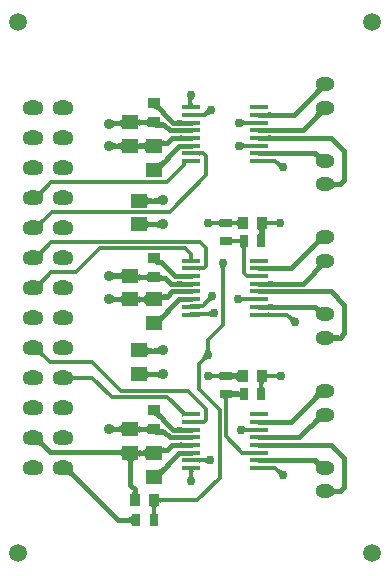
<source format=gbr>
G04*
G04 #@! TF.GenerationSoftware,Altium Limited,Altium Designer,24.10.1 (45)*
G04*
G04 Layer_Physical_Order=1*
G04 Layer_Color=255*
%FSLAX44Y44*%
%MOMM*%
G71*
G04*
G04 #@! TF.SameCoordinates,13406729-6A9E-4D45-95CC-4102649AE279*
G04*
G04*
G04 #@! TF.FilePolarity,Positive*
G04*
G01*
G75*
%ADD15R,0.7500X1.0000*%
%ADD16R,1.4500X1.1500*%
%ADD17R,0.9500X1.0000*%
%ADD18R,1.0000X0.9500*%
%ADD19R,1.0000X0.7500*%
%ADD30R,1.5000X0.4500*%
%ADD31C,0.3048*%
%ADD32C,0.4064*%
%ADD33C,0.4572*%
%ADD34O,1.6000X1.2000*%
%ADD35O,1.7780X1.2700*%
%ADD36C,1.5000*%
%ADD37C,0.7620*%
%ADD38C,0.9144*%
G36*
X284749Y416532D02*
X284363Y416686D01*
X283937Y416743D01*
X283471Y416704D01*
X282966Y416568D01*
X282421Y416336D01*
X281836Y416008D01*
X281212Y415583D01*
X280549Y415061D01*
X279845Y414443D01*
X279102Y413729D01*
X275491Y415865D01*
X276179Y416581D01*
X277222Y417853D01*
X277577Y418407D01*
X277821Y418908D01*
X277953Y419354D01*
X277974Y419746D01*
X277884Y420084D01*
X277683Y420368D01*
X277371Y420598D01*
X284749Y416532D01*
D02*
G37*
G36*
X173599Y410714D02*
X173377Y410488D01*
X173178Y410244D01*
X173003Y409983D01*
X172851Y409706D01*
X172722Y409411D01*
X172617Y409099D01*
X172535Y408771D01*
X172477Y408425D01*
X172442Y408062D01*
X172435Y407836D01*
X172445Y407433D01*
X172491Y406909D01*
X172567Y406447D01*
X172674Y406047D01*
X172811Y405709D01*
X172979Y405432D01*
X173177Y405216D01*
X173405Y405062D01*
X173664Y404970D01*
X173954Y404939D01*
X167858D01*
X168148Y404970D01*
X168407Y405062D01*
X168635Y405216D01*
X168833Y405432D01*
X169001Y405709D01*
X169138Y406047D01*
X169245Y406447D01*
X169321Y406909D01*
X169367Y407433D01*
X169379Y407883D01*
X169371Y408143D01*
X169337Y408506D01*
X169282Y408854D01*
X169203Y409185D01*
X169103Y409501D01*
X168981Y409801D01*
X168836Y410086D01*
X168668Y410355D01*
X168479Y410608D01*
X168267Y410846D01*
X173599Y410714D01*
D02*
G37*
G36*
X144740Y406712D02*
X144625Y406338D01*
Y405907D01*
X144740Y405419D01*
X144970Y404873D01*
X145314Y404269D01*
X145774Y403608D01*
X146349Y402890D01*
X147843Y401281D01*
X144970Y398407D01*
X144136Y399212D01*
X142642Y400476D01*
X141981Y400936D01*
X141377Y401281D01*
X140831Y401510D01*
X140343Y401625D01*
X139912D01*
X139538Y401510D01*
X139222Y401281D01*
X144970Y407028D01*
X144740Y406712D01*
D02*
G37*
G36*
X284749Y396532D02*
X284363Y396686D01*
X283937Y396743D01*
X283471Y396704D01*
X282966Y396568D01*
X282421Y396336D01*
X281836Y396008D01*
X281212Y395583D01*
X280549Y395061D01*
X279845Y394443D01*
X279102Y393729D01*
X275491Y395865D01*
X276179Y396581D01*
X277222Y397853D01*
X277577Y398407D01*
X277821Y398908D01*
X277953Y399354D01*
X277974Y399746D01*
X277884Y400084D01*
X277683Y400368D01*
X277371Y400598D01*
X284749Y396532D01*
D02*
G37*
G36*
X187048Y396351D02*
X186749Y396407D01*
X186452Y396428D01*
X186157Y396413D01*
X185864Y396363D01*
X185573Y396278D01*
X185284Y396157D01*
X184997Y396001D01*
X184712Y395809D01*
X184429Y395582D01*
X184148Y395320D01*
X182554Y398037D01*
X182814Y398308D01*
X183274Y398861D01*
X183473Y399141D01*
X183652Y399425D01*
X183811Y399711D01*
X183949Y400001D01*
X184067Y400294D01*
X184165Y400589D01*
X184243Y400888D01*
X187048Y396351D01*
D02*
G37*
G36*
X236510Y398434D02*
X236632Y398402D01*
X236835Y398374D01*
X237486Y398329D01*
X240534Y398282D01*
Y394218D01*
X236469Y394030D01*
Y398470D01*
X236510Y398434D01*
D02*
G37*
G36*
X178500Y398335D02*
X178591Y398215D01*
X178744Y398110D01*
X178957Y398018D01*
X179231Y397940D01*
X179567Y397877D01*
X179963Y397827D01*
X180938Y397771D01*
X181518Y397764D01*
Y394716D01*
X180938Y394709D01*
X179567Y394606D01*
X179231Y394545D01*
X178957Y394469D01*
X178744Y394380D01*
X178591Y394277D01*
X178500Y394161D01*
X178470Y394030D01*
Y398470D01*
X178500Y398335D01*
D02*
G37*
G36*
X135061Y385936D02*
X135020Y386322D01*
X134897Y386668D01*
X134692Y386972D01*
X134406Y387237D01*
X134037Y387460D01*
X133587Y387643D01*
X133055Y387785D01*
X132441Y387887D01*
X131744Y387948D01*
X131125Y387964D01*
X130506Y387948D01*
X129810Y387887D01*
X129195Y387785D01*
X128663Y387643D01*
X128213Y387460D01*
X127844Y387237D01*
X127558Y386972D01*
X127353Y386668D01*
X127230Y386322D01*
X127189Y385936D01*
Y394064D01*
X127230Y393678D01*
X127353Y393332D01*
X127558Y393028D01*
X127844Y392764D01*
X128213Y392540D01*
X128663Y392357D01*
X129195Y392215D01*
X129810Y392113D01*
X130506Y392052D01*
X131125Y392036D01*
X131744Y392052D01*
X132441Y392113D01*
X133055Y392215D01*
X133587Y392357D01*
X134037Y392540D01*
X134406Y392764D01*
X134692Y393028D01*
X134897Y393332D01*
X135020Y393678D01*
X135061Y394064D01*
Y385936D01*
D02*
G37*
G36*
X221530Y387531D02*
X221500Y387663D01*
X221409Y387781D01*
X221256Y387885D01*
X221043Y387976D01*
X220769Y388052D01*
X220433Y388115D01*
X220037Y388163D01*
X219062Y388219D01*
X218482Y388226D01*
Y391274D01*
X219062Y391281D01*
X220433Y391385D01*
X220769Y391448D01*
X221043Y391524D01*
X221256Y391615D01*
X221409Y391719D01*
X221500Y391837D01*
X221530Y391969D01*
Y387531D01*
D02*
G37*
G36*
X163531D02*
X163490Y387566D01*
X163368Y387598D01*
X163165Y387626D01*
X162514Y387671D01*
X159466Y387718D01*
Y391782D01*
X163531Y391969D01*
Y387531D01*
D02*
G37*
G36*
X112781Y385119D02*
X112740Y385505D01*
X112618Y385850D01*
X112415Y386155D01*
X112130Y386419D01*
X111764Y386643D01*
X111318Y386826D01*
X110789Y386968D01*
X110180Y387070D01*
X109489Y387131D01*
X108740Y387150D01*
X108286Y387137D01*
X107842Y387097D01*
X107428Y387029D01*
X107046Y386935D01*
X106694Y386813D01*
X106372Y386665D01*
X106082Y386489D01*
X105822Y386287D01*
X105593Y386057D01*
X105394Y385801D01*
X104251Y392098D01*
X104512Y391931D01*
X104797Y391780D01*
X105106Y391648D01*
X105438Y391533D01*
X105794Y391436D01*
X106174Y391356D01*
X106577Y391295D01*
X107455Y391224D01*
X107929Y391215D01*
X108716Y387368D01*
Y391215D01*
X109489Y391235D01*
X110180Y391296D01*
X110789Y391398D01*
X111318Y391540D01*
X111764Y391723D01*
X112130Y391946D01*
X112415Y392211D01*
X112618Y392515D01*
X112740Y392861D01*
X112781Y393247D01*
Y385119D01*
D02*
G37*
G36*
X215043Y392200D02*
X215292Y392006D01*
X215557Y391834D01*
X215838Y391685D01*
X216135Y391560D01*
X216449Y391457D01*
X216779Y391377D01*
X217126Y391320D01*
X217489Y391285D01*
X217868Y391274D01*
Y388226D01*
X217489Y388215D01*
X217126Y388180D01*
X216779Y388123D01*
X216449Y388043D01*
X216135Y387940D01*
X215838Y387814D01*
X215557Y387666D01*
X215292Y387495D01*
X215043Y387300D01*
X214811Y387083D01*
Y392417D01*
X215043Y392200D01*
D02*
G37*
G36*
X145003Y391180D02*
X145104Y390955D01*
X145271Y390757D01*
X145506Y390586D01*
X145808Y390440D01*
X146176Y390322D01*
X146612Y390229D01*
X147115Y390163D01*
X147685Y390124D01*
X148322Y390111D01*
Y386046D01*
X147685Y386039D01*
X146176Y385924D01*
X145808Y385855D01*
X145506Y385771D01*
X145271Y385671D01*
X145104Y385556D01*
X145003Y385426D01*
X144970Y385280D01*
Y391431D01*
X145003Y391180D01*
D02*
G37*
G36*
X236510Y385434D02*
X236632Y385402D01*
X236835Y385374D01*
X237486Y385329D01*
X240534Y385282D01*
Y381218D01*
X236469Y381031D01*
Y385470D01*
X236510Y385434D01*
D02*
G37*
G36*
X163531Y381031D02*
X163490Y381066D01*
X163368Y381098D01*
X163165Y381126D01*
X162514Y381171D01*
X159466Y381218D01*
Y385282D01*
X163531Y385470D01*
Y381031D01*
D02*
G37*
G36*
X236510Y378934D02*
X236632Y378902D01*
X236835Y378874D01*
X237486Y378829D01*
X240534Y378782D01*
Y374718D01*
X236469Y374530D01*
Y378969D01*
X236510Y378934D01*
D02*
G37*
G36*
X163531Y374530D02*
X163490Y374566D01*
X163368Y374598D01*
X163165Y374626D01*
X162514Y374671D01*
X159466Y374718D01*
Y378782D01*
X163531Y378969D01*
Y374530D01*
D02*
G37*
G36*
X132811Y365936D02*
X132770Y366322D01*
X132647Y366668D01*
X132442Y366972D01*
X132156Y367237D01*
X131787Y367460D01*
X131337Y367643D01*
X130805Y367785D01*
X130190Y367887D01*
X130000Y367903D01*
X129810Y367887D01*
X129195Y367785D01*
X128663Y367643D01*
X128213Y367460D01*
X127844Y367237D01*
X127557Y366972D01*
X127353Y366668D01*
X127230Y366322D01*
X127189Y365936D01*
Y374064D01*
X127230Y373678D01*
X127353Y373332D01*
X127557Y373028D01*
X127844Y372763D01*
X128213Y372540D01*
X128663Y372357D01*
X129195Y372215D01*
X129810Y372113D01*
X130000Y372097D01*
X130190Y372113D01*
X130805Y372215D01*
X131337Y372357D01*
X131787Y372540D01*
X132156Y372763D01*
X132442Y373028D01*
X132647Y373332D01*
X132770Y373678D01*
X132811Y374064D01*
Y365936D01*
D02*
G37*
G36*
X147257Y375476D02*
X147369Y375258D01*
X147557Y375066D01*
X147819Y374899D01*
X148156Y374758D01*
X148568Y374642D01*
X149055Y374553D01*
X149617Y374489D01*
X150254Y374450D01*
X150965Y374437D01*
Y370373D01*
X150254Y370356D01*
X149617Y370305D01*
X149055Y370219D01*
X148568Y370099D01*
X148156Y369945D01*
X147819Y369756D01*
X147557Y369534D01*
X147369Y369277D01*
X147257Y368985D01*
X147219Y368660D01*
Y375719D01*
X147257Y375476D01*
D02*
G37*
G36*
X221530Y368031D02*
X221500Y368163D01*
X221409Y368281D01*
X221256Y368385D01*
X221043Y368476D01*
X220769Y368552D01*
X220433Y368615D01*
X220037Y368663D01*
X219062Y368719D01*
X218482Y368726D01*
Y371774D01*
X219062Y371781D01*
X220433Y371885D01*
X220769Y371948D01*
X221043Y372024D01*
X221256Y372115D01*
X221409Y372219D01*
X221500Y372337D01*
X221530Y372469D01*
Y368031D01*
D02*
G37*
G36*
X215043Y372700D02*
X215292Y372505D01*
X215557Y372334D01*
X215838Y372186D01*
X216135Y372060D01*
X216449Y371957D01*
X216779Y371877D01*
X217126Y371820D01*
X217489Y371785D01*
X217868Y371774D01*
Y368726D01*
X217489Y368715D01*
X217126Y368680D01*
X216779Y368623D01*
X216449Y368543D01*
X216135Y368440D01*
X215838Y368315D01*
X215557Y368166D01*
X215292Y367994D01*
X215043Y367800D01*
X214811Y367583D01*
Y372917D01*
X215043Y372700D01*
D02*
G37*
G36*
X105097Y372978D02*
X105365Y372780D01*
X105658Y372604D01*
X105977Y372453D01*
X106321Y372324D01*
X106691Y372219D01*
X107087Y372137D01*
X107509Y372079D01*
X107956Y372044D01*
X108429Y372032D01*
Y367968D01*
X107956Y367956D01*
X107509Y367921D01*
X107087Y367863D01*
X106691Y367781D01*
X106321Y367676D01*
X105977Y367547D01*
X105658Y367396D01*
X105365Y367220D01*
X105097Y367022D01*
X104855Y366800D01*
Y373200D01*
X105097Y372978D01*
D02*
G37*
G36*
X112781Y365936D02*
X112740Y366322D01*
X112618Y366668D01*
X112415Y366972D01*
X112130Y367237D01*
X111764Y367460D01*
X111317Y367643D01*
X110789Y367785D01*
X110180Y367887D01*
X109489Y367948D01*
X108716Y367968D01*
Y372032D01*
X109489Y372052D01*
X110180Y372113D01*
X110789Y372215D01*
X111317Y372357D01*
X111764Y372540D01*
X112130Y372763D01*
X112415Y373028D01*
X112618Y373332D01*
X112740Y373678D01*
X112781Y374064D01*
Y365936D01*
D02*
G37*
G36*
X236510Y365934D02*
X236632Y365902D01*
X236835Y365874D01*
X237486Y365829D01*
X240534Y365782D01*
Y361718D01*
X236469Y361530D01*
Y365970D01*
X236510Y365934D01*
D02*
G37*
G36*
X178500Y365837D02*
X178591Y365719D01*
X178744Y365615D01*
X178957Y365524D01*
X179231Y365448D01*
X179567Y365385D01*
X179963Y365337D01*
X180938Y365281D01*
X181518Y365274D01*
Y362226D01*
X180938Y362219D01*
X179567Y362115D01*
X179231Y362052D01*
X178957Y361976D01*
X178744Y361885D01*
X178591Y361781D01*
X178500Y361663D01*
X178470Y361530D01*
Y365970D01*
X178500Y365837D01*
D02*
G37*
G36*
X278591Y364696D02*
X279860Y363612D01*
X280202Y363381D01*
X280505Y363214D01*
X280767Y363112D01*
X280989Y363074D01*
X281171Y363102D01*
X281312Y363194D01*
X277260Y359036D01*
X277349Y359182D01*
X277372Y359367D01*
X277331Y359593D01*
X277224Y359860D01*
X277052Y360167D01*
X276815Y360515D01*
X276513Y360904D01*
X275713Y361803D01*
X275215Y362313D01*
X278088Y365187D01*
X278591Y364696D01*
D02*
G37*
G36*
X150093Y355719D02*
X149289Y354886D01*
X148024Y353392D01*
X147564Y352731D01*
X147219Y352127D01*
X146990Y351581D01*
X146875Y351093D01*
Y350662D01*
X146990Y350288D01*
X147219Y349972D01*
X141472Y355719D01*
X141788Y355490D01*
X142162Y355375D01*
X142593D01*
X143081Y355490D01*
X143627Y355719D01*
X144231Y356064D01*
X144892Y356524D01*
X145610Y357099D01*
X147219Y358593D01*
X150093Y355719D01*
D02*
G37*
G36*
X236500Y359337D02*
X236591Y359219D01*
X236744Y359115D01*
X236957Y359024D01*
X237232Y358948D01*
X237567Y358885D01*
X237963Y358837D01*
X238938Y358781D01*
X239517Y358774D01*
Y355726D01*
X238938Y355719D01*
X237567Y355615D01*
X237232Y355552D01*
X236957Y355476D01*
X236744Y355385D01*
X236591Y355281D01*
X236500Y355163D01*
X236469Y355031D01*
Y359469D01*
X236500Y359337D01*
D02*
G37*
G36*
X245570Y356379D02*
X245853Y356151D01*
X246139Y355957D01*
X246428Y355796D01*
X246719Y355668D01*
X247014Y355575D01*
X247312Y355515D01*
X247612Y355488D01*
X247916Y355495D01*
X248222Y355536D01*
X245161Y351167D01*
X245099Y351475D01*
X245015Y351779D01*
X244909Y352079D01*
X244781Y352375D01*
X244631Y352667D01*
X244459Y352955D01*
X244265Y353240D01*
X244049Y353520D01*
X243811Y353797D01*
X243552Y354069D01*
X245290Y356641D01*
X245570Y356379D01*
D02*
G37*
G36*
X291417Y341162D02*
X291576Y340820D01*
X291843Y340518D01*
X292215Y340257D01*
X292694Y340035D01*
X293280Y339854D01*
X293971Y339713D01*
X294770Y339613D01*
X295674Y339552D01*
X296686Y339532D01*
Y335468D01*
X295674Y335448D01*
X293971Y335287D01*
X293280Y335146D01*
X292694Y334965D01*
X292215Y334743D01*
X291843Y334482D01*
X291576Y334180D01*
X291417Y333838D01*
X291364Y333455D01*
Y341545D01*
X291417Y341162D01*
D02*
G37*
G36*
X47416Y331620D02*
X46932Y331115D01*
X46185Y330197D01*
X45921Y329784D01*
X45731Y329402D01*
X45614Y329050D01*
X45571Y328729D01*
X45601Y328439D01*
X45704Y328180D01*
X45881Y327951D01*
X41591Y332241D01*
X41820Y332064D01*
X42079Y331961D01*
X42369Y331931D01*
X42690Y331974D01*
X43042Y332091D01*
X43424Y332281D01*
X43837Y332545D01*
X44281Y332882D01*
X44755Y333292D01*
X45260Y333776D01*
X47416Y331620D01*
D02*
G37*
G36*
X144170Y320517D02*
X143921Y320729D01*
X143648Y320919D01*
X143349Y321086D01*
X143026Y321231D01*
X142678Y321354D01*
X142304Y321454D01*
X141906Y321533D01*
X141483Y321588D01*
X141035Y321622D01*
X140563Y321633D01*
X140389Y325697D01*
X140862Y325709D01*
X141309Y325746D01*
X141729Y325806D01*
X142122Y325892D01*
X142489Y326001D01*
X142829Y326135D01*
X143143Y326293D01*
X143430Y326475D01*
X143691Y326682D01*
X143925Y326913D01*
X144170Y320517D01*
D02*
G37*
G36*
X134230Y327343D02*
X134353Y326997D01*
X134558Y326693D01*
X134844Y326428D01*
X135213Y326205D01*
X135663Y326022D01*
X136195Y325880D01*
X136810Y325778D01*
X137506Y325717D01*
X138284Y325697D01*
Y321633D01*
X137506Y321613D01*
X136810Y321552D01*
X136195Y321450D01*
X135663Y321308D01*
X135213Y321125D01*
X134844Y320901D01*
X134558Y320637D01*
X134353Y320332D01*
X134230Y319987D01*
X134189Y319601D01*
Y327729D01*
X134230Y327343D01*
D02*
G37*
G36*
X47416Y306220D02*
X46932Y305715D01*
X46185Y304797D01*
X45921Y304384D01*
X45731Y304002D01*
X45614Y303650D01*
X45571Y303329D01*
X45601Y303039D01*
X45704Y302780D01*
X45881Y302551D01*
X41591Y306841D01*
X41820Y306664D01*
X42079Y306561D01*
X42369Y306531D01*
X42690Y306574D01*
X43042Y306691D01*
X43424Y306881D01*
X43837Y307145D01*
X44281Y307482D01*
X44755Y307892D01*
X45260Y308376D01*
X47416Y306220D01*
D02*
G37*
G36*
X210831Y301632D02*
X210800Y301922D01*
X210708Y302181D01*
X210554Y302409D01*
X210338Y302607D01*
X210061Y302775D01*
X209723Y302912D01*
X209322Y303019D01*
X208861Y303095D01*
X208337Y303141D01*
X208217Y303144D01*
X208098Y303141D01*
X207580Y303095D01*
X207123Y303019D01*
X206727Y302912D01*
X206392Y302775D01*
X206117Y302607D01*
X205904Y302409D01*
X205751Y302181D01*
X205660Y301922D01*
X205630Y301632D01*
Y307728D01*
X205660Y307439D01*
X205751Y307179D01*
X205904Y306951D01*
X206117Y306753D01*
X206392Y306585D01*
X206727Y306448D01*
X207123Y306341D01*
X207580Y306265D01*
X208098Y306219D01*
X208217Y306216D01*
X208337Y306219D01*
X208861Y306265D01*
X209322Y306341D01*
X209723Y306448D01*
X210061Y306585D01*
X210338Y306753D01*
X210554Y306951D01*
X210708Y307179D01*
X210800Y307439D01*
X210831Y307728D01*
Y301632D01*
D02*
G37*
G36*
X243659Y302133D02*
X243427Y302350D01*
X243178Y302544D01*
X242913Y302716D01*
X242632Y302864D01*
X242335Y302990D01*
X242021Y303093D01*
X241691Y303173D01*
X241344Y303230D01*
X240981Y303265D01*
X240602Y303276D01*
Y306324D01*
X240981Y306335D01*
X241344Y306370D01*
X241691Y306427D01*
X242021Y306507D01*
X242335Y306610D01*
X242632Y306735D01*
X242913Y306884D01*
X243178Y307055D01*
X243427Y307250D01*
X243659Y307467D01*
Y302133D01*
D02*
G37*
G36*
X188373Y307130D02*
X188622Y306936D01*
X188887Y306764D01*
X189168Y306616D01*
X189465Y306490D01*
X189779Y306387D01*
X190109Y306307D01*
X190456Y306250D01*
X190819Y306215D01*
X191198Y306204D01*
Y303156D01*
X190819Y303145D01*
X190456Y303110D01*
X190109Y303053D01*
X189779Y302973D01*
X189465Y302870D01*
X189168Y302745D01*
X188887Y302596D01*
X188622Y302425D01*
X188373Y302230D01*
X188141Y302013D01*
Y307347D01*
X188373Y307130D01*
D02*
G37*
G36*
X236240Y307558D02*
X236332Y307299D01*
X236486Y307071D01*
X236702Y306873D01*
X236979Y306705D01*
X237317Y306568D01*
X237717Y306461D01*
X238179Y306385D01*
X238703Y306339D01*
X239288Y306324D01*
Y303276D01*
X238703Y303261D01*
X238179Y303215D01*
X237717Y303139D01*
X237317Y303032D01*
X236979Y302895D01*
X236702Y302727D01*
X236486Y302529D01*
X236332Y302301D01*
X236240Y302042D01*
X236209Y301752D01*
Y307848D01*
X236240Y307558D01*
D02*
G37*
G36*
X195721Y301632D02*
X195690Y301922D01*
X195598Y302181D01*
X195444Y302409D01*
X195228Y302607D01*
X194951Y302775D01*
X194613Y302912D01*
X194212Y303019D01*
X193751Y303095D01*
X193227Y303141D01*
X192642Y303156D01*
Y306204D01*
X193227Y306219D01*
X193751Y306265D01*
X194212Y306341D01*
X194613Y306448D01*
X194951Y306585D01*
X195228Y306753D01*
X195444Y306951D01*
X195598Y307179D01*
X195690Y307439D01*
X195721Y307728D01*
Y301632D01*
D02*
G37*
G36*
X144015Y300300D02*
X143773Y300523D01*
X143506Y300723D01*
X143214Y300898D01*
X142895Y301051D01*
X142551Y301180D01*
X142181Y301285D01*
X141785Y301367D01*
X141364Y301426D01*
X140917Y301461D01*
X140444Y301473D01*
X140459Y305537D01*
X140932Y305549D01*
X141379Y305583D01*
X141800Y305642D01*
X142197Y305723D01*
X142567Y305828D01*
X142912Y305956D01*
X143231Y306107D01*
X143525Y306282D01*
X143793Y306480D01*
X144036Y306701D01*
X144015Y300300D01*
D02*
G37*
G36*
X134230Y307183D02*
X134353Y306838D01*
X134558Y306533D01*
X134844Y306269D01*
X135213Y306045D01*
X135663Y305862D01*
X136195Y305720D01*
X136810Y305618D01*
X137506Y305557D01*
X138284Y305537D01*
Y301473D01*
X137506Y301453D01*
X136810Y301392D01*
X136195Y301290D01*
X135663Y301148D01*
X135213Y300965D01*
X134844Y300742D01*
X134558Y300477D01*
X134353Y300173D01*
X134230Y299827D01*
X134189Y299441D01*
Y307569D01*
X134230Y307183D01*
D02*
G37*
G36*
X234948Y299670D02*
X234603Y299548D01*
X234298Y299345D01*
X234034Y299060D01*
X233810Y298694D01*
X233627Y298248D01*
X233485Y297719D01*
X233388Y297136D01*
X233431Y296641D01*
X233532Y296113D01*
X233661Y295665D01*
X233820Y295300D01*
X234006Y295015D01*
X234222Y294812D01*
X234466Y294690D01*
X234740Y294650D01*
X227300D01*
X227669Y294690D01*
X227998Y294812D01*
X228289Y295015D01*
X228540Y295300D01*
X228754Y295665D01*
X228928Y296113D01*
X229064Y296641D01*
X229147Y297167D01*
X229055Y297719D01*
X228913Y298248D01*
X228730Y298694D01*
X228507Y299060D01*
X228242Y299345D01*
X227938Y299548D01*
X227592Y299670D01*
X227206Y299711D01*
X235334D01*
X234948Y299670D01*
D02*
G37*
G36*
X212331Y286632D02*
X212300Y286922D01*
X212208Y287181D01*
X212054Y287409D01*
X211838Y287607D01*
X211561Y287775D01*
X211223Y287912D01*
X210823Y288019D01*
X210361Y288095D01*
X209837Y288141D01*
X209252Y288156D01*
Y291204D01*
X209837Y291219D01*
X210361Y291265D01*
X210823Y291341D01*
X211223Y291448D01*
X211561Y291585D01*
X211838Y291753D01*
X212054Y291951D01*
X212208Y292179D01*
X212300Y292438D01*
X212331Y292728D01*
Y286632D01*
D02*
G37*
G36*
X205660Y292438D02*
X205751Y292179D01*
X205904Y291951D01*
X206117Y291753D01*
X206392Y291585D01*
X206727Y291448D01*
X207123Y291341D01*
X207580Y291265D01*
X208098Y291219D01*
X208678Y291204D01*
Y288156D01*
X208098Y288141D01*
X207580Y288095D01*
X207123Y288019D01*
X206727Y287912D01*
X206392Y287775D01*
X206117Y287607D01*
X205904Y287409D01*
X205751Y287181D01*
X205660Y286922D01*
X205630Y286632D01*
Y292728D01*
X205660Y292438D01*
D02*
G37*
G36*
X282174Y286614D02*
X281895Y286876D01*
X281567Y287032D01*
X281189Y287081D01*
X280762Y287024D01*
X280285Y286860D01*
X279759Y286590D01*
X279183Y286213D01*
X278557Y285730D01*
X277882Y285140D01*
X277158Y284444D01*
X274518Y287551D01*
X275232Y288294D01*
X276355Y289644D01*
X276763Y290251D01*
X277070Y290814D01*
X277275Y291331D01*
X277378Y291804D01*
X277379Y292231D01*
X277279Y292613D01*
X277077Y292951D01*
X282174Y286614D01*
D02*
G37*
G36*
X218778Y284710D02*
X218519Y284618D01*
X218291Y284464D01*
X218093Y284248D01*
X217925Y283971D01*
X217788Y283633D01*
X217681Y283232D01*
X217605Y282771D01*
X217559Y282247D01*
X217544Y281663D01*
X214496D01*
X214481Y282247D01*
X214435Y282771D01*
X214359Y283232D01*
X214252Y283633D01*
X214115Y283971D01*
X213947Y284248D01*
X213749Y284464D01*
X213521Y284618D01*
X213262Y284710D01*
X212972Y284741D01*
X219068D01*
X218778Y284710D01*
D02*
G37*
G36*
X47416Y280820D02*
X46932Y280315D01*
X46185Y279397D01*
X45921Y278984D01*
X45731Y278602D01*
X45614Y278250D01*
X45571Y277929D01*
X45601Y277639D01*
X45704Y277380D01*
X45881Y277151D01*
X41591Y281441D01*
X41820Y281264D01*
X42079Y281161D01*
X42369Y281131D01*
X42690Y281174D01*
X43042Y281291D01*
X43424Y281481D01*
X43837Y281745D01*
X44281Y282082D01*
X44755Y282492D01*
X45260Y282976D01*
X47416Y280820D01*
D02*
G37*
G36*
X172989Y277433D02*
X173035Y276909D01*
X173111Y276448D01*
X173218Y276047D01*
X173355Y275709D01*
X173523Y275432D01*
X173721Y275216D01*
X173949Y275062D01*
X174208Y274970D01*
X174498Y274939D01*
X168402D01*
X168692Y274970D01*
X168951Y275062D01*
X169179Y275216D01*
X169377Y275432D01*
X169545Y275709D01*
X169682Y276047D01*
X169789Y276448D01*
X169865Y276909D01*
X169911Y277433D01*
X169926Y278018D01*
X172974D01*
X172989Y277433D01*
D02*
G37*
G36*
X284749Y266532D02*
X284363Y266686D01*
X283937Y266743D01*
X283471Y266704D01*
X282966Y266568D01*
X282421Y266336D01*
X281836Y266008D01*
X281212Y265583D01*
X280549Y265061D01*
X279845Y264443D01*
X279102Y263729D01*
X275491Y265865D01*
X276179Y266581D01*
X277222Y267853D01*
X277577Y268407D01*
X277821Y268908D01*
X277953Y269354D01*
X277974Y269746D01*
X277884Y270084D01*
X277683Y270368D01*
X277371Y270598D01*
X284749Y266532D01*
D02*
G37*
G36*
X200565Y267570D02*
X200372Y267320D01*
X200201Y267054D01*
X200053Y266772D01*
X199928Y266474D01*
X199826Y266160D01*
X199746Y265830D01*
X199690Y265483D01*
X199655Y265120D01*
X199644Y264741D01*
X196596Y264723D01*
X196584Y265103D01*
X196550Y265466D01*
X196493Y265812D01*
X196412Y266142D01*
X196309Y266455D01*
X196182Y266752D01*
X196033Y267033D01*
X195861Y267297D01*
X195666Y267544D01*
X195447Y267775D01*
X200781Y267803D01*
X200565Y267570D01*
D02*
G37*
G36*
X178500Y268337D02*
X178591Y268219D01*
X178744Y268115D01*
X178957Y268024D01*
X179231Y267948D01*
X179567Y267885D01*
X179963Y267837D01*
X180938Y267781D01*
X181518Y267774D01*
Y264726D01*
X180938Y264719D01*
X179567Y264615D01*
X179231Y264552D01*
X178957Y264476D01*
X178744Y264385D01*
X178591Y264281D01*
X178500Y264163D01*
X178470Y264030D01*
Y268470D01*
X178500Y268337D01*
D02*
G37*
G36*
X236510Y268434D02*
X236632Y268402D01*
X236835Y268374D01*
X237486Y268329D01*
X240534Y268282D01*
Y264218D01*
X236469Y264030D01*
Y268470D01*
X236510Y268434D01*
D02*
G37*
G36*
X134761Y254636D02*
X134720Y255022D01*
X134597Y255368D01*
X134392Y255672D01*
X134106Y255937D01*
X133737Y256160D01*
X133287Y256343D01*
X132755Y256485D01*
X132141Y256587D01*
X131444Y256648D01*
X130975Y256660D01*
X130506Y256648D01*
X129810Y256587D01*
X129195Y256485D01*
X128663Y256343D01*
X128213Y256160D01*
X127844Y255937D01*
X127557Y255672D01*
X127353Y255368D01*
X127230Y255022D01*
X127189Y254636D01*
Y262764D01*
X127230Y262378D01*
X127353Y262033D01*
X127557Y261728D01*
X127844Y261464D01*
X128213Y261240D01*
X128663Y261057D01*
X129195Y260915D01*
X129810Y260813D01*
X130506Y260752D01*
X130975Y260740D01*
X131444Y260752D01*
X132141Y260813D01*
X132755Y260915D01*
X133287Y261057D01*
X133737Y261240D01*
X134106Y261464D01*
X134392Y261728D01*
X134597Y262033D01*
X134720Y262378D01*
X134761Y262764D01*
Y254636D01*
D02*
G37*
G36*
X221530Y257530D02*
X221505Y257678D01*
X221428Y257810D01*
X221299Y257926D01*
X221119Y258027D01*
X220888Y258112D01*
X220605Y258182D01*
X220271Y258236D01*
X219885Y258275D01*
X218960Y258306D01*
Y261354D01*
X219449Y261360D01*
X220605Y261452D01*
X220888Y261508D01*
X221119Y261576D01*
X221299Y261656D01*
X221428Y261748D01*
X221505Y261853D01*
X221530Y261970D01*
Y257530D01*
D02*
G37*
G36*
X163531Y257530D02*
X163490Y257566D01*
X163368Y257598D01*
X163165Y257626D01*
X162514Y257671D01*
X159466Y257718D01*
Y261782D01*
X163531Y261970D01*
Y257530D01*
D02*
G37*
G36*
X104922Y263192D02*
X105198Y263009D01*
X105500Y262847D01*
X105825Y262706D01*
X106176Y262587D01*
X106551Y262490D01*
X106950Y262414D01*
X107374Y262360D01*
X107822Y262328D01*
X108295Y262317D01*
X108578Y258253D01*
X108105Y258241D01*
X107659Y258203D01*
X107240Y258141D01*
X106848Y258054D01*
X106483Y257942D01*
X106146Y257805D01*
X105836Y257644D01*
X105553Y257457D01*
X105297Y257246D01*
X105068Y257009D01*
X104669Y263398D01*
X104922Y263192D01*
D02*
G37*
G36*
X112781Y256221D02*
X112740Y256607D01*
X112618Y256952D01*
X112415Y257257D01*
X112130Y257521D01*
X111764Y257745D01*
X111317Y257928D01*
X110789Y258070D01*
X110180Y258172D01*
X109489Y258233D01*
X108716Y258253D01*
Y262317D01*
X109489Y262337D01*
X110180Y262398D01*
X110789Y262500D01*
X111317Y262642D01*
X111764Y262825D01*
X112130Y263048D01*
X112415Y263313D01*
X112618Y263617D01*
X112740Y263963D01*
X112781Y264349D01*
Y256221D01*
D02*
G37*
G36*
X47416Y255420D02*
X46932Y254915D01*
X46185Y253997D01*
X45921Y253584D01*
X45731Y253202D01*
X45614Y252850D01*
X45571Y252529D01*
X45601Y252239D01*
X45704Y251980D01*
X45881Y251751D01*
X41591Y256041D01*
X41820Y255864D01*
X42079Y255761D01*
X42369Y255731D01*
X42690Y255774D01*
X43042Y255891D01*
X43424Y256081D01*
X43837Y256345D01*
X44281Y256682D01*
X44755Y257092D01*
X45260Y257576D01*
X47416Y255420D01*
D02*
G37*
G36*
X144710Y261756D02*
X144832Y261411D01*
X145035Y261106D01*
X145320Y260842D01*
X145686Y260618D01*
X146132Y260436D01*
X146661Y260293D01*
X147270Y260192D01*
X147961Y260131D01*
X148734Y260110D01*
Y256047D01*
X147961Y256026D01*
X147270Y255965D01*
X146661Y255864D01*
X146132Y255721D01*
X145686Y255539D01*
X145320Y255315D01*
X145035Y255051D01*
X144832Y254746D01*
X144710Y254401D01*
X144670Y254014D01*
Y262143D01*
X144710Y261756D01*
D02*
G37*
G36*
X163531Y251031D02*
X163490Y251066D01*
X163368Y251098D01*
X163165Y251126D01*
X162514Y251171D01*
X159466Y251218D01*
Y255282D01*
X163531Y255469D01*
Y251031D01*
D02*
G37*
G36*
X236510Y255434D02*
X236632Y255402D01*
X236835Y255374D01*
X237486Y255329D01*
X240534Y255282D01*
Y251218D01*
X236469Y251031D01*
Y255469D01*
X236510Y255434D01*
D02*
G37*
G36*
Y248934D02*
X236632Y248902D01*
X236835Y248874D01*
X237486Y248829D01*
X240534Y248782D01*
Y244718D01*
X236469Y244531D01*
Y248969D01*
X236510Y248934D01*
D02*
G37*
G36*
X163531Y244531D02*
X163490Y244566D01*
X163368Y244598D01*
X163165Y244626D01*
X162514Y244671D01*
X159466Y244718D01*
Y248782D01*
X163531Y248969D01*
Y244531D01*
D02*
G37*
G36*
X132811Y235936D02*
X132770Y236322D01*
X132647Y236667D01*
X132443Y236972D01*
X132156Y237236D01*
X131787Y237460D01*
X131337Y237643D01*
X130805Y237785D01*
X130190Y237887D01*
X130000Y237903D01*
X129810Y237887D01*
X129195Y237785D01*
X128663Y237643D01*
X128213Y237460D01*
X127844Y237236D01*
X127557Y236972D01*
X127353Y236667D01*
X127230Y236322D01*
X127189Y235936D01*
Y244064D01*
X127230Y243678D01*
X127353Y243333D01*
X127557Y243028D01*
X127844Y242764D01*
X128213Y242540D01*
X128663Y242357D01*
X129195Y242215D01*
X129810Y242113D01*
X130000Y242097D01*
X130190Y242113D01*
X130805Y242215D01*
X131337Y242357D01*
X131787Y242540D01*
X132156Y242764D01*
X132443Y243028D01*
X132647Y243333D01*
X132770Y243678D01*
X132811Y244064D01*
Y235936D01*
D02*
G37*
G36*
X147257Y245476D02*
X147369Y245258D01*
X147557Y245066D01*
X147819Y244899D01*
X148156Y244758D01*
X148568Y244643D01*
X149055Y244553D01*
X149617Y244489D01*
X150254Y244450D01*
X150965Y244437D01*
Y240373D01*
X150254Y240356D01*
X149617Y240305D01*
X149055Y240219D01*
X148568Y240099D01*
X148156Y239945D01*
X147819Y239756D01*
X147557Y239534D01*
X147369Y239277D01*
X147257Y238985D01*
X147219Y238659D01*
Y245720D01*
X147257Y245476D01*
D02*
G37*
G36*
X221530Y238030D02*
X221500Y238142D01*
X221409Y238241D01*
X221256Y238329D01*
X221043Y238405D01*
X220769Y238470D01*
X220433Y238522D01*
X220037Y238563D01*
X219062Y238610D01*
X218482Y238616D01*
Y241664D01*
X219062Y241672D01*
X220433Y241793D01*
X220769Y241865D01*
X221043Y241954D01*
X221256Y242059D01*
X221409Y242180D01*
X221500Y242316D01*
X221530Y242470D01*
Y238030D01*
D02*
G37*
G36*
X213701Y242563D02*
X213955Y242375D01*
X214225Y242208D01*
X214510Y242064D01*
X214811Y241942D01*
X215127Y241842D01*
X215459Y241764D01*
X215806Y241708D01*
X216169Y241675D01*
X216548Y241664D01*
X216644Y238616D01*
X216264Y238604D01*
X215902Y238569D01*
X215556Y238510D01*
X215228Y238428D01*
X214916Y238323D01*
X214622Y238194D01*
X214345Y238041D01*
X214085Y237865D01*
X213842Y237666D01*
X213617Y237443D01*
X213463Y242774D01*
X213701Y242563D01*
D02*
G37*
G36*
X189192Y238760D02*
X188874Y238750D01*
X188561Y238711D01*
X188252Y238645D01*
X187948Y238551D01*
X187649Y238430D01*
X187355Y238281D01*
X187064Y238104D01*
X186779Y237899D01*
X186498Y237667D01*
X186222Y237407D01*
X184067Y239562D01*
X184327Y239838D01*
X184559Y240119D01*
X184764Y240404D01*
X184941Y240695D01*
X185090Y240989D01*
X185211Y241289D01*
X185305Y241592D01*
X185371Y241901D01*
X185410Y242214D01*
X185420Y242532D01*
X189192Y238760D01*
D02*
G37*
G36*
X105142Y243064D02*
X105407Y242862D01*
X105698Y242684D01*
X106015Y242530D01*
X106358Y242399D01*
X106727Y242292D01*
X107122Y242209D01*
X107543Y242150D01*
X107990Y242114D01*
X108463Y242102D01*
X108393Y238038D01*
X107921Y238027D01*
X107473Y237992D01*
X107051Y237935D01*
X106654Y237854D01*
X106283Y237751D01*
X105937Y237625D01*
X105616Y237475D01*
X105321Y237303D01*
X105050Y237108D01*
X104806Y236890D01*
X104904Y243290D01*
X105142Y243064D01*
D02*
G37*
G36*
X112781Y236006D02*
X112740Y236392D01*
X112618Y236737D01*
X112415Y237042D01*
X112130Y237306D01*
X111764Y237530D01*
X111317Y237713D01*
X110789Y237855D01*
X110180Y237957D01*
X109489Y238018D01*
X108716Y238038D01*
Y242102D01*
X109489Y242122D01*
X110180Y242183D01*
X110789Y242285D01*
X111317Y242427D01*
X111764Y242610D01*
X112130Y242833D01*
X112415Y243098D01*
X112618Y243403D01*
X112740Y243748D01*
X112781Y244134D01*
Y236006D01*
D02*
G37*
G36*
X181136Y232952D02*
X180625Y232941D01*
X180168Y232906D01*
X179764Y232849D01*
X179414Y232769D01*
X179117Y232666D01*
X178874Y232541D01*
X178685Y232392D01*
X178550Y232221D01*
X178468Y232027D01*
X178439Y231810D01*
X178470Y235970D01*
X181136Y236000D01*
Y232952D01*
D02*
G37*
G36*
X236510Y235934D02*
X236632Y235902D01*
X236835Y235874D01*
X237486Y235829D01*
X240534Y235782D01*
Y231718D01*
X236469Y231530D01*
Y235970D01*
X236510Y235934D01*
D02*
G37*
G36*
X278591Y234696D02*
X279860Y233612D01*
X280202Y233381D01*
X280505Y233214D01*
X280767Y233112D01*
X280989Y233074D01*
X281171Y233102D01*
X281312Y233194D01*
X277260Y229036D01*
X277349Y229181D01*
X277372Y229367D01*
X277331Y229593D01*
X277224Y229860D01*
X277052Y230167D01*
X276815Y230515D01*
X276513Y230904D01*
X275713Y231803D01*
X275215Y232313D01*
X278088Y235187D01*
X278591Y234696D01*
D02*
G37*
G36*
X150093Y225720D02*
X149289Y224886D01*
X148024Y223392D01*
X147564Y222731D01*
X147219Y222127D01*
X146990Y221581D01*
X146875Y221093D01*
Y220662D01*
X146990Y220288D01*
X147219Y219972D01*
X141472Y225720D01*
X141788Y225490D01*
X142162Y225375D01*
X142593D01*
X143081Y225490D01*
X143627Y225720D01*
X144231Y226064D01*
X144892Y226524D01*
X145610Y227099D01*
X147219Y228593D01*
X150093Y225720D01*
D02*
G37*
G36*
X188824Y225179D02*
X188561Y225298D01*
X188286Y225404D01*
X187998Y225499D01*
X187383Y225649D01*
X187057Y225706D01*
X186366Y225781D01*
X186001Y225800D01*
X185624Y225806D01*
X184412Y228854D01*
X184799Y228867D01*
X185159Y228908D01*
X185491Y228976D01*
X185795Y229071D01*
X186073Y229192D01*
X186322Y229341D01*
X186544Y229517D01*
X186739Y229720D01*
X186906Y229950D01*
X187046Y230208D01*
X188824Y225179D01*
D02*
G37*
G36*
X178500Y229353D02*
X178591Y229248D01*
X178744Y229156D01*
X178957Y229076D01*
X179231Y229008D01*
X179567Y228953D01*
X179963Y228909D01*
X180938Y228860D01*
X181518Y228854D01*
Y225806D01*
X180938Y225798D01*
X179567Y225682D01*
X179231Y225612D01*
X178957Y225527D01*
X178744Y225426D01*
X178591Y225310D01*
X178500Y225178D01*
X178470Y225030D01*
Y229470D01*
X178500Y229353D01*
D02*
G37*
G36*
X236500Y229337D02*
X236591Y229219D01*
X236744Y229115D01*
X236957Y229024D01*
X237232Y228948D01*
X237567Y228885D01*
X237963Y228837D01*
X238938Y228781D01*
X239517Y228774D01*
Y225726D01*
X238938Y225719D01*
X237567Y225615D01*
X237232Y225552D01*
X236957Y225476D01*
X236744Y225385D01*
X236591Y225281D01*
X236500Y225163D01*
X236469Y225030D01*
Y229470D01*
X236500Y229337D01*
D02*
G37*
G36*
X256348Y225883D02*
X256629Y225651D01*
X256915Y225446D01*
X257204Y225269D01*
X257499Y225120D01*
X257799Y224999D01*
X258102Y224905D01*
X258411Y224839D01*
X258724Y224800D01*
X259042Y224790D01*
X255270Y221018D01*
X255259Y221336D01*
X255221Y221649D01*
X255155Y221958D01*
X255061Y222262D01*
X254940Y222561D01*
X254791Y222855D01*
X254614Y223146D01*
X254409Y223431D01*
X254177Y223712D01*
X253917Y223988D01*
X256072Y226143D01*
X256348Y225883D01*
D02*
G37*
G36*
X291417Y211162D02*
X291576Y210820D01*
X291843Y210518D01*
X292215Y210257D01*
X292694Y210035D01*
X293280Y209854D01*
X293971Y209713D01*
X294770Y209613D01*
X295674Y209552D01*
X296686Y209532D01*
Y205468D01*
X295674Y205448D01*
X293971Y205287D01*
X293280Y205146D01*
X292694Y204965D01*
X292215Y204743D01*
X291843Y204482D01*
X291576Y204180D01*
X291417Y203838D01*
X291364Y203455D01*
Y211545D01*
X291417Y211162D01*
D02*
G37*
G36*
X186936Y198459D02*
X186970Y198096D01*
X187027Y197749D01*
X187107Y197419D01*
X187210Y197105D01*
X187335Y196808D01*
X187484Y196527D01*
X187656Y196262D01*
X187850Y196013D01*
X188067Y195781D01*
X182733D01*
X182950Y196013D01*
X183144Y196262D01*
X183316Y196527D01*
X183465Y196808D01*
X183590Y197105D01*
X183693Y197419D01*
X183773Y197749D01*
X183830Y198096D01*
X183865Y198459D01*
X183876Y198838D01*
X186924D01*
X186936Y198459D01*
D02*
G37*
G36*
X144180Y193527D02*
X143931Y193739D01*
X143658Y193929D01*
X143359Y194096D01*
X143036Y194241D01*
X142688Y194364D01*
X142314Y194464D01*
X141916Y194543D01*
X141493Y194598D01*
X141046Y194632D01*
X140573Y194643D01*
X140399Y198707D01*
X140872Y198719D01*
X141319Y198756D01*
X141739Y198817D01*
X142132Y198902D01*
X142499Y199011D01*
X142839Y199145D01*
X143153Y199303D01*
X143440Y199485D01*
X143701Y199692D01*
X143935Y199923D01*
X144180Y193527D01*
D02*
G37*
G36*
X134230Y200353D02*
X134353Y200007D01*
X134558Y199703D01*
X134844Y199438D01*
X135213Y199215D01*
X135663Y199032D01*
X136195Y198890D01*
X136810Y198788D01*
X137506Y198727D01*
X138284Y198707D01*
Y194643D01*
X137506Y194623D01*
X136810Y194562D01*
X136195Y194460D01*
X135663Y194318D01*
X135213Y194135D01*
X134844Y193911D01*
X134558Y193647D01*
X134353Y193342D01*
X134230Y192997D01*
X134189Y192611D01*
Y200739D01*
X134230Y200353D01*
D02*
G37*
G36*
X45704Y197220D02*
X45601Y196961D01*
X45571Y196671D01*
X45614Y196350D01*
X45731Y195998D01*
X45921Y195616D01*
X46185Y195203D01*
X46522Y194759D01*
X46932Y194285D01*
X47416Y193780D01*
X45260Y191624D01*
X44755Y192108D01*
X43837Y192855D01*
X43424Y193119D01*
X43042Y193309D01*
X42690Y193426D01*
X42369Y193469D01*
X42079Y193439D01*
X41820Y193336D01*
X41591Y193159D01*
X45881Y197449D01*
X45704Y197220D01*
D02*
G37*
G36*
X185362Y189250D02*
X185044Y189240D01*
X184731Y189201D01*
X184422Y189135D01*
X184119Y189041D01*
X183819Y188920D01*
X183525Y188771D01*
X183235Y188594D01*
X182949Y188389D01*
X182668Y188157D01*
X182392Y187897D01*
X180237Y190052D01*
X180497Y190328D01*
X180729Y190609D01*
X180934Y190895D01*
X181111Y191185D01*
X181260Y191479D01*
X181381Y191779D01*
X181475Y192082D01*
X181541Y192391D01*
X181580Y192704D01*
X181590Y193022D01*
X185362Y189250D01*
D02*
G37*
G36*
X210831Y170628D02*
X210785Y171062D01*
X210647Y171451D01*
X210417Y171794D01*
X210095Y172091D01*
X209680Y172342D01*
X209174Y172548D01*
X208576Y172708D01*
X208054Y172795D01*
X207870Y172780D01*
X207275Y172675D01*
X206772Y172541D01*
X206361Y172376D01*
X206041Y172182D01*
X205812Y171958D01*
X205675Y171704D01*
X205630Y171420D01*
Y178860D01*
X205675Y178599D01*
X205812Y178365D01*
X206041Y178159D01*
X206361Y177980D01*
X206772Y177829D01*
X207275Y177706D01*
X207870Y177610D01*
X208001Y177596D01*
X208576Y177692D01*
X209174Y177852D01*
X209680Y178057D01*
X210095Y178309D01*
X210417Y178606D01*
X210647Y178949D01*
X210785Y179338D01*
X210831Y179772D01*
Y170628D01*
D02*
G37*
G36*
X144278Y173419D02*
X144024Y173621D01*
X143746Y173802D01*
X143444Y173962D01*
X143117Y174100D01*
X142766Y174217D01*
X142390Y174313D01*
X141991Y174387D01*
X141566Y174440D01*
X141118Y174472D01*
X140645Y174483D01*
X140311Y178547D01*
X140785Y178560D01*
X141231Y178597D01*
X141649Y178660D01*
X142040Y178748D01*
X142404Y178861D01*
X142740Y178999D01*
X143048Y179162D01*
X143329Y179351D01*
X143583Y179564D01*
X143809Y179803D01*
X144278Y173419D01*
D02*
G37*
G36*
X244929Y172593D02*
X244697Y172810D01*
X244448Y173004D01*
X244183Y173176D01*
X243902Y173325D01*
X243605Y173450D01*
X243291Y173553D01*
X242961Y173633D01*
X242614Y173690D01*
X242251Y173725D01*
X241872Y173736D01*
Y176784D01*
X242251Y176795D01*
X242614Y176830D01*
X242961Y176887D01*
X243291Y176967D01*
X243605Y177070D01*
X243902Y177195D01*
X244183Y177344D01*
X244448Y177516D01*
X244697Y177710D01*
X244929Y177927D01*
Y172593D01*
D02*
G37*
G36*
X188353Y177710D02*
X188602Y177516D01*
X188867Y177344D01*
X189148Y177195D01*
X189445Y177070D01*
X189759Y176967D01*
X190089Y176887D01*
X190436Y176830D01*
X190799Y176795D01*
X191178Y176784D01*
Y173736D01*
X190799Y173725D01*
X190436Y173690D01*
X190089Y173633D01*
X189759Y173553D01*
X189445Y173450D01*
X189148Y173325D01*
X188867Y173176D01*
X188602Y173004D01*
X188353Y172810D01*
X188121Y172593D01*
Y177927D01*
X188353Y177710D01*
D02*
G37*
G36*
X134230Y180193D02*
X134353Y179848D01*
X134558Y179543D01*
X134844Y179279D01*
X135213Y179055D01*
X135663Y178872D01*
X136195Y178730D01*
X136810Y178628D01*
X137506Y178567D01*
X138284Y178547D01*
Y174483D01*
X137506Y174463D01*
X136810Y174402D01*
X136195Y174300D01*
X135663Y174158D01*
X135213Y173975D01*
X134844Y173752D01*
X134558Y173487D01*
X134353Y173183D01*
X134230Y172837D01*
X134189Y172451D01*
Y180579D01*
X134230Y180193D01*
D02*
G37*
G36*
X236240Y178018D02*
X236332Y177759D01*
X236486Y177531D01*
X236702Y177333D01*
X236979Y177165D01*
X237317Y177028D01*
X237717Y176921D01*
X238179Y176845D01*
X238703Y176799D01*
X239288Y176784D01*
Y173736D01*
X238703Y173721D01*
X238179Y173675D01*
X237717Y173599D01*
X237317Y173492D01*
X236979Y173355D01*
X236702Y173187D01*
X236486Y172989D01*
X236332Y172761D01*
X236240Y172502D01*
X236209Y172212D01*
Y178308D01*
X236240Y178018D01*
D02*
G37*
G36*
X195721Y172212D02*
X195690Y172502D01*
X195598Y172761D01*
X195444Y172989D01*
X195228Y173187D01*
X194951Y173355D01*
X194613Y173492D01*
X194212Y173599D01*
X193751Y173675D01*
X193227Y173721D01*
X192642Y173736D01*
Y176784D01*
X193227Y176799D01*
X193751Y176845D01*
X194212Y176921D01*
X194613Y177028D01*
X194951Y177165D01*
X195228Y177333D01*
X195444Y177531D01*
X195598Y177759D01*
X195690Y178018D01*
X195721Y178308D01*
Y172212D01*
D02*
G37*
G36*
X70786Y176547D02*
X70897Y176290D01*
X71081Y176064D01*
X71338Y175868D01*
X71670Y175701D01*
X72074Y175565D01*
X72553Y175460D01*
X73105Y175384D01*
X73730Y175339D01*
X74430Y175324D01*
Y172276D01*
X73730Y172261D01*
X72553Y172140D01*
X72074Y172034D01*
X71670Y171899D01*
X71338Y171733D01*
X71081Y171536D01*
X70897Y171310D01*
X70786Y171053D01*
X70750Y170766D01*
Y176834D01*
X70786Y176547D01*
D02*
G37*
G36*
X233778Y170260D02*
X233519Y170169D01*
X233291Y170016D01*
X233093Y169803D01*
X232925Y169529D01*
X232788Y169193D01*
X232681Y168797D01*
X232605Y168340D01*
X232559Y167822D01*
X232556Y167700D01*
X232559Y167578D01*
X232605Y167060D01*
X232681Y166603D01*
X232788Y166207D01*
X232925Y165872D01*
X233093Y165597D01*
X233291Y165384D01*
X233519Y165231D01*
X233778Y165140D01*
X234068Y165110D01*
X227972D01*
X228262Y165140D01*
X228521Y165231D01*
X228749Y165384D01*
X228947Y165597D01*
X229115Y165872D01*
X229252Y166207D01*
X229359Y166603D01*
X229435Y167060D01*
X229481Y167578D01*
X229484Y167700D01*
X229481Y167822D01*
X229435Y168340D01*
X229359Y168797D01*
X229252Y169193D01*
X229115Y169529D01*
X228947Y169803D01*
X228749Y170016D01*
X228521Y170169D01*
X228262Y170260D01*
X227972Y170291D01*
X234068D01*
X233778Y170260D01*
D02*
G37*
G36*
X212331Y156076D02*
X212290Y156462D01*
X212167Y156807D01*
X211963Y157112D01*
X211676Y157376D01*
X211307Y157600D01*
X210857Y157783D01*
X210325Y157925D01*
X209711Y158027D01*
X209014Y158088D01*
X208913Y158090D01*
X207621Y157956D01*
X207092Y157838D01*
X206646Y157686D01*
X206280Y157500D01*
X205995Y157281D01*
X205792Y157028D01*
X205670Y156741D01*
X205630Y156420D01*
Y163860D01*
X205670Y163539D01*
X205792Y163252D01*
X205995Y162999D01*
X206280Y162780D01*
X206646Y162594D01*
X207092Y162442D01*
X207621Y162324D01*
X208230Y162239D01*
X208911Y162190D01*
X209014Y162192D01*
X209711Y162253D01*
X210325Y162355D01*
X210857Y162497D01*
X211307Y162680D01*
X211676Y162903D01*
X211963Y163168D01*
X212167Y163472D01*
X212290Y163818D01*
X212331Y164204D01*
Y156076D01*
D02*
G37*
G36*
X281773Y156666D02*
X281515Y156950D01*
X281206Y157126D01*
X280844Y157192D01*
X280430Y157149D01*
X279965Y156998D01*
X279447Y156737D01*
X278878Y156368D01*
X278257Y155889D01*
X277583Y155301D01*
X276858Y154604D01*
X274411Y157904D01*
X275134Y158656D01*
X276280Y160030D01*
X276703Y160651D01*
X277024Y161228D01*
X277246Y161762D01*
X277367Y162252D01*
X277387Y162699D01*
X277307Y163102D01*
X277127Y163461D01*
X281773Y156666D01*
D02*
G37*
G36*
X203418Y156420D02*
X203159Y156328D01*
X202931Y156174D01*
X202733Y155958D01*
X202565Y155681D01*
X202428Y155343D01*
X202321Y154943D01*
X202245Y154481D01*
X202199Y153957D01*
X202184Y153372D01*
X199136D01*
X199121Y153957D01*
X199075Y154481D01*
X198999Y154943D01*
X198892Y155343D01*
X198755Y155681D01*
X198587Y155958D01*
X198389Y156174D01*
X198161Y156328D01*
X197902Y156420D01*
X197612Y156451D01*
X203708D01*
X203418Y156420D01*
D02*
G37*
G36*
X164263Y146523D02*
X165381Y145575D01*
X165876Y145229D01*
X166329Y144968D01*
X166738Y144792D01*
X167105Y144701D01*
X167430Y144695D01*
X167712Y144775D01*
X167951Y144939D01*
X163561Y140769D01*
X163735Y140998D01*
X163822Y141273D01*
X163822Y141592D01*
X163734Y141955D01*
X163559Y142364D01*
X163297Y142818D01*
X162948Y143316D01*
X162511Y143859D01*
X161375Y145079D01*
X163640Y147125D01*
X164263Y146523D01*
D02*
G37*
G36*
X144740Y146712D02*
X144625Y146338D01*
Y145907D01*
X144740Y145419D01*
X144970Y144873D01*
X145314Y144269D01*
X145774Y143608D01*
X146349Y142890D01*
X147843Y141280D01*
X144970Y138407D01*
X144136Y139211D01*
X142642Y140476D01*
X141981Y140936D01*
X141377Y141280D01*
X140831Y141510D01*
X140343Y141625D01*
X139912D01*
X139538Y141510D01*
X139222Y141280D01*
X144970Y147028D01*
X144740Y146712D01*
D02*
G37*
G36*
X282046Y136626D02*
X281774Y136895D01*
X281452Y137057D01*
X281080Y137112D01*
X280658Y137059D01*
X280185Y136899D01*
X279662Y136632D01*
X279088Y136258D01*
X278465Y135777D01*
X277791Y135189D01*
X277067Y134493D01*
X274485Y137659D01*
X275202Y138404D01*
X276332Y139761D01*
X276744Y140372D01*
X277056Y140939D01*
X277266Y141462D01*
X277374Y141940D01*
X277381Y142373D01*
X277287Y142762D01*
X277092Y143106D01*
X282046Y136626D01*
D02*
G37*
G36*
X236510Y138434D02*
X236632Y138402D01*
X236835Y138374D01*
X237486Y138329D01*
X240534Y138282D01*
Y134218D01*
X236469Y134031D01*
Y138469D01*
X236510Y138434D01*
D02*
G37*
G36*
X178500Y138337D02*
X178591Y138219D01*
X178744Y138115D01*
X178957Y138024D01*
X179231Y137948D01*
X179567Y137885D01*
X179963Y137837D01*
X180938Y137781D01*
X181518Y137774D01*
Y134726D01*
X180938Y134719D01*
X179567Y134615D01*
X179231Y134552D01*
X178957Y134476D01*
X178744Y134385D01*
X178591Y134281D01*
X178500Y134163D01*
X178470Y134031D01*
Y138469D01*
X178500Y138337D01*
D02*
G37*
G36*
X135061Y125936D02*
X135020Y126322D01*
X134897Y126667D01*
X134692Y126972D01*
X134406Y127236D01*
X134037Y127460D01*
X133587Y127643D01*
X133055Y127785D01*
X132441Y127887D01*
X131744Y127948D01*
X131125Y127964D01*
X130506Y127948D01*
X129810Y127887D01*
X129195Y127785D01*
X128663Y127643D01*
X128213Y127460D01*
X127844Y127236D01*
X127557Y126972D01*
X127353Y126667D01*
X127230Y126322D01*
X127189Y125936D01*
Y134064D01*
X127230Y133678D01*
X127353Y133333D01*
X127557Y133028D01*
X127844Y132764D01*
X128213Y132540D01*
X128663Y132357D01*
X129195Y132215D01*
X129810Y132113D01*
X130506Y132052D01*
X131125Y132036D01*
X131744Y132052D01*
X132441Y132113D01*
X133055Y132215D01*
X133587Y132357D01*
X134037Y132540D01*
X134406Y132764D01*
X134692Y133028D01*
X134897Y133333D01*
X135020Y133678D01*
X135061Y134064D01*
Y125936D01*
D02*
G37*
G36*
X216313Y132200D02*
X216562Y132006D01*
X216827Y131834D01*
X217108Y131685D01*
X217405Y131560D01*
X217719Y131457D01*
X218049Y131377D01*
X218396Y131320D01*
X218759Y131285D01*
X218951Y131280D01*
X219062Y131281D01*
X220433Y131385D01*
X220769Y131448D01*
X221043Y131524D01*
X221256Y131615D01*
X221409Y131719D01*
X221500Y131837D01*
X221530Y131969D01*
Y127530D01*
X221500Y127663D01*
X221409Y127781D01*
X221256Y127885D01*
X221043Y127976D01*
X220769Y128052D01*
X220433Y128115D01*
X220037Y128163D01*
X219062Y128219D01*
X218951Y128220D01*
X218759Y128215D01*
X218396Y128180D01*
X218049Y128123D01*
X217719Y128043D01*
X217405Y127940D01*
X217108Y127815D01*
X216827Y127666D01*
X216562Y127494D01*
X216313Y127300D01*
X216081Y127083D01*
Y132417D01*
X216313Y132200D01*
D02*
G37*
G36*
X163531Y127530D02*
X163490Y127566D01*
X163368Y127598D01*
X163165Y127626D01*
X162514Y127671D01*
X159466Y127718D01*
Y131782D01*
X163531Y131969D01*
Y127530D01*
D02*
G37*
G36*
X104922Y133192D02*
X105198Y133009D01*
X105500Y132846D01*
X105825Y132706D01*
X106176Y132587D01*
X106551Y132490D01*
X106950Y132414D01*
X107374Y132360D01*
X107822Y132328D01*
X108295Y132317D01*
X108578Y128253D01*
X108105Y128241D01*
X107659Y128203D01*
X107240Y128141D01*
X106848Y128054D01*
X106483Y127942D01*
X106146Y127805D01*
X105836Y127644D01*
X105553Y127457D01*
X105297Y127246D01*
X105068Y127009D01*
X104669Y133398D01*
X104922Y133192D01*
D02*
G37*
G36*
X112781Y126221D02*
X112740Y126607D01*
X112618Y126952D01*
X112415Y127257D01*
X112130Y127521D01*
X111764Y127745D01*
X111317Y127928D01*
X110789Y128070D01*
X110180Y128172D01*
X109489Y128233D01*
X108716Y128253D01*
Y132317D01*
X109489Y132337D01*
X110180Y132398D01*
X110789Y132500D01*
X111317Y132642D01*
X111764Y132825D01*
X112130Y133048D01*
X112415Y133313D01*
X112618Y133617D01*
X112740Y133963D01*
X112781Y134349D01*
Y126221D01*
D02*
G37*
G36*
X145003Y131180D02*
X145104Y130955D01*
X145271Y130757D01*
X145506Y130586D01*
X145808Y130441D01*
X146176Y130322D01*
X146612Y130229D01*
X147115Y130163D01*
X147685Y130124D01*
X148322Y130111D01*
Y126046D01*
X147685Y126039D01*
X146176Y125924D01*
X145808Y125855D01*
X145506Y125771D01*
X145271Y125671D01*
X145104Y125556D01*
X145003Y125426D01*
X144970Y125281D01*
Y131431D01*
X145003Y131180D01*
D02*
G37*
G36*
X38570Y121414D02*
X38543Y121426D01*
X38494Y121436D01*
X38423Y121446D01*
X38214Y121461D01*
X37300Y121476D01*
Y124524D01*
X38570Y124586D01*
Y121414D01*
D02*
G37*
G36*
X236510Y125434D02*
X236632Y125402D01*
X236835Y125374D01*
X237486Y125329D01*
X240534Y125282D01*
Y121218D01*
X236469Y121031D01*
Y125470D01*
X236510Y125434D01*
D02*
G37*
G36*
X163531Y121031D02*
X163490Y121066D01*
X163368Y121098D01*
X163165Y121126D01*
X162514Y121171D01*
X159466Y121218D01*
Y125282D01*
X163531Y125470D01*
Y121031D01*
D02*
G37*
G36*
X236510Y118934D02*
X236632Y118902D01*
X236835Y118874D01*
X237486Y118829D01*
X240534Y118782D01*
Y114718D01*
X236469Y114530D01*
Y118969D01*
X236510Y118934D01*
D02*
G37*
G36*
X163531Y114530D02*
X163490Y114566D01*
X163368Y114598D01*
X163165Y114626D01*
X162514Y114671D01*
X159466Y114718D01*
Y118782D01*
X163531Y118969D01*
Y114530D01*
D02*
G37*
G36*
X45872Y122147D02*
X45742Y121794D01*
X45713Y121395D01*
X45787Y120951D01*
X45964Y120462D01*
X46243Y119926D01*
X46624Y119345D01*
X47109Y118719D01*
X47695Y118047D01*
X48384Y117329D01*
X45511Y114456D01*
X44793Y115145D01*
X43495Y116215D01*
X42914Y116597D01*
X42379Y116876D01*
X41889Y117053D01*
X41445Y117127D01*
X41046Y117099D01*
X40693Y116968D01*
X40386Y116734D01*
X46106Y122454D01*
X45872Y122147D01*
D02*
G37*
G36*
X132811Y105936D02*
X132770Y106322D01*
X132647Y106667D01*
X132443Y106972D01*
X132156Y107236D01*
X131787Y107460D01*
X131337Y107643D01*
X130805Y107785D01*
X130190Y107887D01*
X130000Y107903D01*
X129810Y107887D01*
X129195Y107785D01*
X128663Y107643D01*
X128213Y107460D01*
X127844Y107236D01*
X127557Y106972D01*
X127353Y106667D01*
X127230Y106322D01*
X127189Y105936D01*
Y114064D01*
X127230Y113678D01*
X127353Y113333D01*
X127557Y113028D01*
X127844Y112764D01*
X128213Y112540D01*
X128663Y112357D01*
X129195Y112215D01*
X129810Y112113D01*
X130000Y112097D01*
X130190Y112113D01*
X130805Y112215D01*
X131337Y112357D01*
X131787Y112540D01*
X132156Y112764D01*
X132443Y113028D01*
X132647Y113333D01*
X132770Y113678D01*
X132811Y114064D01*
Y105936D01*
D02*
G37*
G36*
X147257Y115476D02*
X147369Y115258D01*
X147557Y115066D01*
X147819Y114899D01*
X148156Y114758D01*
X148568Y114642D01*
X149055Y114553D01*
X149617Y114489D01*
X150254Y114450D01*
X150965Y114437D01*
Y110373D01*
X150254Y110356D01*
X149617Y110305D01*
X149055Y110219D01*
X148568Y110099D01*
X148156Y109945D01*
X147819Y109756D01*
X147557Y109534D01*
X147369Y109277D01*
X147257Y108985D01*
X147219Y108659D01*
Y115719D01*
X147257Y115476D01*
D02*
G37*
G36*
X221530Y108031D02*
X221500Y108163D01*
X221409Y108281D01*
X221256Y108385D01*
X221043Y108476D01*
X220769Y108552D01*
X220433Y108615D01*
X220037Y108663D01*
X219062Y108719D01*
X218482Y108726D01*
Y111774D01*
X219062Y111781D01*
X220433Y111885D01*
X220769Y111948D01*
X221043Y112024D01*
X221256Y112115D01*
X221409Y112219D01*
X221500Y112337D01*
X221530Y112470D01*
Y108031D01*
D02*
G37*
G36*
X112781Y106426D02*
X112740Y106812D01*
X112618Y107157D01*
X112415Y107462D01*
X112130Y107726D01*
X111764Y107950D01*
X111317Y108133D01*
X110789Y108275D01*
X110180Y108377D01*
X109489Y108438D01*
X108716Y108458D01*
Y112522D01*
X109489Y112542D01*
X110180Y112603D01*
X110789Y112705D01*
X111317Y112847D01*
X111764Y113030D01*
X112130Y113253D01*
X112415Y113518D01*
X112618Y113822D01*
X112740Y114168D01*
X112781Y114554D01*
Y106426D01*
D02*
G37*
G36*
X236510Y105934D02*
X236632Y105902D01*
X236835Y105874D01*
X237486Y105829D01*
X240534Y105782D01*
Y101718D01*
X236469Y101531D01*
Y105969D01*
X236510Y105934D01*
D02*
G37*
G36*
X178500Y105837D02*
X178591Y105719D01*
X178744Y105615D01*
X178957Y105524D01*
X179231Y105448D01*
X179567Y105385D01*
X179963Y105337D01*
X180938Y105281D01*
X181518Y105274D01*
Y102226D01*
X180938Y102219D01*
X179567Y102115D01*
X179231Y102052D01*
X178957Y101976D01*
X178744Y101885D01*
X178591Y101781D01*
X178500Y101663D01*
X178470Y101531D01*
Y105969D01*
X178500Y105837D01*
D02*
G37*
G36*
X184779Y101083D02*
X184547Y101300D01*
X184298Y101495D01*
X184033Y101666D01*
X183752Y101814D01*
X183455Y101940D01*
X183141Y102043D01*
X182811Y102123D01*
X182464Y102180D01*
X182101Y102215D01*
X181722Y102226D01*
Y105274D01*
X182101Y105285D01*
X182464Y105320D01*
X182811Y105377D01*
X183141Y105457D01*
X183455Y105560D01*
X183752Y105686D01*
X184033Y105834D01*
X184298Y106005D01*
X184547Y106200D01*
X184779Y106417D01*
Y101083D01*
D02*
G37*
G36*
X123678Y104270D02*
X123333Y104147D01*
X123028Y103942D01*
X122764Y103656D01*
X122540Y103287D01*
X122357Y102837D01*
X122215Y102305D01*
X122113Y101691D01*
X122052Y100994D01*
X122032Y100217D01*
X117968D01*
X117948Y100994D01*
X117887Y101691D01*
X117785Y102305D01*
X117643Y102837D01*
X117460Y103287D01*
X117236Y103656D01*
X116972Y103942D01*
X116667Y104147D01*
X116322Y104270D01*
X115936Y104311D01*
X124064D01*
X123678Y104270D01*
D02*
G37*
G36*
X278009Y104614D02*
X279062Y103719D01*
X279523Y103396D01*
X279939Y103157D01*
X280312Y103001D01*
X280641Y102928D01*
X280925Y102938D01*
X281166Y103032D01*
X281363Y103210D01*
X277065Y97830D01*
X277196Y98071D01*
X277243Y98358D01*
X277204Y98691D01*
X277080Y99071D01*
X276870Y99496D01*
X276575Y99967D01*
X276195Y100485D01*
X275730Y101048D01*
X274543Y102313D01*
X277417Y105187D01*
X278009Y104614D01*
D02*
G37*
G36*
X150093Y95719D02*
X149289Y94886D01*
X148024Y93392D01*
X147564Y92731D01*
X147219Y92127D01*
X146990Y91581D01*
X146875Y91093D01*
Y90662D01*
X146990Y90288D01*
X147219Y89972D01*
X141472Y95719D01*
X141788Y95490D01*
X142162Y95375D01*
X142593D01*
X143081Y95490D01*
X143627Y95719D01*
X144231Y96064D01*
X144892Y96524D01*
X145610Y97099D01*
X147219Y98593D01*
X150093Y95719D01*
D02*
G37*
G36*
X236500Y99337D02*
X236591Y99219D01*
X236744Y99115D01*
X236957Y99024D01*
X237232Y98948D01*
X237567Y98885D01*
X237963Y98837D01*
X238938Y98781D01*
X239517Y98774D01*
Y95726D01*
X238938Y95719D01*
X237567Y95615D01*
X237232Y95552D01*
X236957Y95476D01*
X236744Y95385D01*
X236591Y95281D01*
X236500Y95163D01*
X236469Y95030D01*
Y99469D01*
X236500Y99337D01*
D02*
G37*
G36*
X245754Y96488D02*
X246037Y96259D01*
X246323Y96061D01*
X246613Y95896D01*
X246906Y95762D01*
X247204Y95659D01*
X247505Y95589D01*
X247809Y95550D01*
X248117Y95543D01*
X248429Y95568D01*
X245133Y91375D01*
X245086Y91689D01*
X245016Y91998D01*
X244922Y92303D01*
X244805Y92603D01*
X244664Y92899D01*
X244499Y93190D01*
X244310Y93477D01*
X244098Y93760D01*
X243862Y94038D01*
X243603Y94312D01*
X245476Y96749D01*
X245754Y96488D01*
D02*
G37*
G36*
X174208Y95030D02*
X173949Y94938D01*
X173721Y94784D01*
X173523Y94568D01*
X173355Y94291D01*
X173218Y93953D01*
X173111Y93553D01*
X173035Y93091D01*
X172989Y92567D01*
X172976Y92066D01*
X172985Y91759D01*
X173020Y91396D01*
X173077Y91049D01*
X173157Y90719D01*
X173260Y90405D01*
X173386Y90108D01*
X173534Y89827D01*
X173706Y89562D01*
X173900Y89313D01*
X174117Y89081D01*
X168783D01*
X169000Y89313D01*
X169195Y89562D01*
X169366Y89827D01*
X169515Y90108D01*
X169640Y90405D01*
X169743Y90719D01*
X169823Y91049D01*
X169880Y91396D01*
X169915Y91759D01*
X169924Y92066D01*
X169911Y92567D01*
X169865Y93091D01*
X169789Y93553D01*
X169682Y93953D01*
X169545Y94291D01*
X169377Y94568D01*
X169179Y94784D01*
X168951Y94938D01*
X168692Y95030D01*
X168402Y95061D01*
X174498D01*
X174208Y95030D01*
D02*
G37*
G36*
X71272Y96747D02*
X71142Y96394D01*
X71113Y95995D01*
X71187Y95551D01*
X71364Y95062D01*
X71643Y94526D01*
X72024Y93945D01*
X72509Y93319D01*
X73095Y92647D01*
X73784Y91929D01*
X70911Y89056D01*
X70193Y89745D01*
X68895Y90815D01*
X68314Y91197D01*
X67779Y91476D01*
X67289Y91653D01*
X66845Y91727D01*
X66446Y91699D01*
X66093Y91568D01*
X65786Y91334D01*
X71506Y97054D01*
X71272Y96747D01*
D02*
G37*
G36*
X126052Y78111D02*
X126113Y77421D01*
X126215Y76811D01*
X126357Y76283D01*
X126540Y75835D01*
X126763Y75470D01*
X127028Y75185D01*
X127332Y74982D01*
X127678Y74860D01*
X128064Y74819D01*
X119936D01*
X120322Y74860D01*
X120667Y74982D01*
X120972Y75185D01*
X121236Y75470D01*
X121460Y75835D01*
X121643Y76283D01*
X121785Y76811D01*
X121887Y77421D01*
X121948Y78111D01*
X121968Y78884D01*
X126032D01*
X126052Y78111D01*
D02*
G37*
G36*
X291417Y81162D02*
X291576Y80820D01*
X291843Y80518D01*
X292215Y80257D01*
X292694Y80035D01*
X293280Y79854D01*
X293971Y79713D01*
X294770Y79612D01*
X295674Y79552D01*
X296686Y79532D01*
Y75468D01*
X295674Y75448D01*
X293971Y75287D01*
X293280Y75146D01*
X292694Y74965D01*
X292215Y74743D01*
X291843Y74482D01*
X291576Y74180D01*
X291417Y73838D01*
X291364Y73455D01*
Y81545D01*
X291417Y81162D01*
D02*
G37*
G36*
X144720Y72608D02*
X144812Y72349D01*
X144966Y72121D01*
X145182Y71923D01*
X145459Y71755D01*
X145797Y71618D01*
X146198Y71511D01*
X146659Y71435D01*
X147183Y71389D01*
X147767Y71374D01*
Y68326D01*
X147183Y68311D01*
X146659Y68265D01*
X146198Y68189D01*
X145797Y68082D01*
X145459Y67945D01*
X145182Y67777D01*
X144966Y67579D01*
X144812Y67351D01*
X144720Y67092D01*
X144689Y66802D01*
Y72898D01*
X144720Y72608D01*
D02*
G37*
G36*
X142758Y64880D02*
X142499Y64788D01*
X142271Y64634D01*
X142073Y64418D01*
X141905Y64141D01*
X141768Y63803D01*
X141661Y63403D01*
X141585Y62941D01*
X141539Y62417D01*
X141524Y61832D01*
X138476D01*
X138461Y62417D01*
X138415Y62941D01*
X138339Y63403D01*
X138232Y63803D01*
X138095Y64141D01*
X137927Y64418D01*
X137729Y64634D01*
X137501Y64788D01*
X137242Y64880D01*
X136952Y64911D01*
X143048D01*
X142758Y64880D01*
D02*
G37*
G36*
X141539Y60773D02*
X141585Y60249D01*
X141661Y59788D01*
X141768Y59387D01*
X141905Y59049D01*
X142073Y58772D01*
X142271Y58556D01*
X142499Y58402D01*
X142758Y58310D01*
X143048Y58279D01*
X136952D01*
X137242Y58310D01*
X137501Y58402D01*
X137729Y58556D01*
X137927Y58772D01*
X138095Y59049D01*
X138232Y59387D01*
X138339Y59788D01*
X138415Y60249D01*
X138461Y60773D01*
X138476Y61357D01*
X141524D01*
X141539Y60773D01*
D02*
G37*
G36*
X121311Y49276D02*
X121270Y49662D01*
X121147Y50008D01*
X120942Y50312D01*
X120656Y50577D01*
X120287Y50800D01*
X119837Y50983D01*
X119305Y51125D01*
X118691Y51227D01*
X117994Y51288D01*
X117217Y51308D01*
Y55372D01*
X117994Y55392D01*
X118691Y55453D01*
X119305Y55555D01*
X119837Y55697D01*
X120287Y55880D01*
X120656Y56104D01*
X120942Y56368D01*
X121147Y56673D01*
X121270Y57018D01*
X121311Y57404D01*
Y49276D01*
D02*
G37*
D15*
X125000Y53340D02*
D03*
X140000D02*
D03*
X216020Y160140D02*
D03*
X231020D02*
D03*
Y289680D02*
D03*
X216020Y289680D02*
D03*
D16*
X127000Y176850D02*
D03*
Y196850D02*
D03*
X120000Y390000D02*
D03*
X120000Y370000D02*
D03*
X140000D02*
D03*
Y350000D02*
D03*
X120000Y260000D02*
D03*
Y240000D02*
D03*
X140000D02*
D03*
Y220000D02*
D03*
X120000Y130000D02*
D03*
Y110000D02*
D03*
X140000Y90000D02*
D03*
X140000Y110000D02*
D03*
X127000Y303500D02*
D03*
Y323500D02*
D03*
D17*
X124000Y69850D02*
D03*
X140000D02*
D03*
X231520Y175260D02*
D03*
X215520D02*
D03*
Y304680D02*
D03*
X231520D02*
D03*
D18*
X140000Y406000D02*
D03*
Y390000D02*
D03*
X139700Y258700D02*
D03*
Y274700D02*
D03*
X140000Y130000D02*
D03*
Y146000D02*
D03*
D19*
X200660Y160140D02*
D03*
Y175140D02*
D03*
X200660Y304680D02*
D03*
X200660Y289680D02*
D03*
D30*
X171000Y110250D02*
D03*
Y116750D02*
D03*
Y103750D02*
D03*
Y129750D02*
D03*
Y123250D02*
D03*
Y142750D02*
D03*
Y136250D02*
D03*
Y97250D02*
D03*
X229000Y110250D02*
D03*
Y116750D02*
D03*
Y103750D02*
D03*
Y129750D02*
D03*
Y123250D02*
D03*
Y142750D02*
D03*
Y136250D02*
D03*
Y97250D02*
D03*
X171000Y396250D02*
D03*
X171000Y402750D02*
D03*
X171000Y370250D02*
D03*
X171000Y376750D02*
D03*
Y363750D02*
D03*
Y389750D02*
D03*
X171000Y383250D02*
D03*
Y357250D02*
D03*
X229000Y370250D02*
D03*
X229000Y376750D02*
D03*
Y363750D02*
D03*
Y389750D02*
D03*
X229000Y383250D02*
D03*
X229000Y402750D02*
D03*
X229000Y396250D02*
D03*
X229000Y357250D02*
D03*
X171000Y240250D02*
D03*
Y246750D02*
D03*
Y233750D02*
D03*
Y259750D02*
D03*
Y253250D02*
D03*
Y272750D02*
D03*
Y266250D02*
D03*
Y227250D02*
D03*
X229000Y240250D02*
D03*
Y246750D02*
D03*
X229000Y233750D02*
D03*
X229000Y259750D02*
D03*
Y253250D02*
D03*
Y272750D02*
D03*
Y266250D02*
D03*
Y227250D02*
D03*
D31*
X248279Y91790D02*
X248920D01*
X229000Y97250D02*
X242819D01*
X248279Y91790D01*
X171000Y103750D02*
X186640D01*
X171080Y227330D02*
X187993D01*
X189263Y228600D02*
X190500D01*
X187993Y227330D02*
X189263Y228600D01*
X181136Y234476D02*
X189230Y242570D01*
X210930Y240140D02*
X228890D01*
X210820Y240030D02*
X210930Y240140D01*
X198120Y270510D02*
X198120Y270510D01*
Y218440D02*
Y270510D01*
X185400Y205720D02*
X198120Y218440D01*
X212090Y389750D02*
X229000D01*
X212090Y370250D02*
X229000D01*
X182913Y396240D02*
X186723Y400050D01*
X187960D01*
X177800Y396240D02*
X182913D01*
X39840Y326200D02*
X52730Y339090D01*
X150630D02*
X165024Y353484D01*
X52730Y339090D02*
X150630D01*
X195580Y88900D02*
Y146050D01*
X177800Y163830D02*
Y185460D01*
Y163830D02*
X195580Y146050D01*
X176530Y69850D02*
X195580Y88900D01*
X200660Y124460D02*
X214870Y110250D01*
X200660Y124460D02*
Y160140D01*
X140000Y69850D02*
X176530D01*
X168910Y162560D02*
X184150Y147320D01*
Y138035D02*
Y147320D01*
X111760Y162560D02*
X168910D01*
X177800Y185460D02*
X185400Y193060D01*
X140000Y53340D02*
Y69850D01*
X119510Y110490D02*
X120000Y110000D01*
X37300Y123000D02*
X39840D01*
X171000Y97250D02*
X171450Y96800D01*
Y86360D02*
Y96800D01*
X182365Y136250D02*
X184150Y138035D01*
X171000Y136250D02*
X182365D01*
X165024Y143476D02*
X165750Y142750D01*
X151130Y157480D02*
X165024Y143586D01*
X104140Y157480D02*
X151130D01*
X165750Y142750D02*
X171000D01*
X165024Y143476D02*
Y143586D01*
X87820Y173800D02*
X104140Y157480D01*
X87630Y186690D02*
X111760Y162560D01*
X62700Y173800D02*
X87820D01*
X52350Y186690D02*
X87630D01*
X39840Y199200D02*
X52350Y186690D01*
X37300Y199200D02*
X39840D01*
X213804Y129750D02*
X229000D01*
X214870Y110250D02*
X229000D01*
X171726Y234476D02*
X181136D01*
X171000Y233750D02*
X171726Y234476D01*
X231020Y174760D02*
X231520Y175260D01*
X231020Y160140D02*
Y174760D01*
X231520Y175260D02*
X247650D01*
X185400D02*
X200660D01*
X185400Y193060D02*
Y205720D01*
X231520Y304680D02*
X231640Y304800D01*
X246380D01*
X184150Y268036D02*
Y283381D01*
X179241Y288290D02*
X184150Y283381D01*
X171000Y266250D02*
X182365D01*
X184150Y268036D01*
X39840Y275400D02*
X52730Y288290D01*
X94234Y283464D02*
X166116D01*
X171450Y278130D01*
X52730Y288290D02*
X179241D01*
X73660Y262890D02*
X94234Y283464D01*
X171000Y273026D02*
X171450Y273476D01*
Y278130D01*
X171000Y272750D02*
Y273026D01*
X37300Y250000D02*
X39840D01*
X52730Y262890D01*
X73660D01*
X37300Y275400D02*
X39840D01*
X228890Y240140D02*
X229000Y240250D01*
X216020Y262770D02*
X218960Y259830D01*
X228920D01*
X229000Y259750D01*
X216020Y262770D02*
Y289680D01*
X200660D02*
X216020D01*
X165024Y353484D02*
Y356524D01*
X165750Y357250D02*
X171000D01*
X165024Y356524D02*
X165750Y357250D01*
X200660Y304680D02*
X215520D01*
X185420D02*
X200660D01*
X229000Y227250D02*
X252810D01*
X259080Y220980D01*
X247986Y351790D02*
X248920D01*
X229000Y357250D02*
X242526D01*
X247986Y351790D01*
X184150Y345440D02*
Y361435D01*
X53488Y314448D02*
X153158D01*
X184150Y345440D01*
X181835Y363750D02*
X184150Y361435D01*
X171000Y363750D02*
X181835D01*
X39840Y300800D02*
X53488Y314448D01*
X37300Y300800D02*
X39840D01*
X37300Y326200D02*
X39840D01*
X170906Y402750D02*
Y413926D01*
D32*
X62700Y97600D02*
X65240D01*
X109500Y53340D01*
X125000D01*
X120000Y110000D02*
Y110000D01*
Y83200D02*
Y110000D01*
Y83200D02*
X124000Y79200D01*
Y69850D02*
Y79200D01*
X52350Y110490D02*
X119510D01*
X39840Y123000D02*
X52350Y110490D01*
X119945Y240070D02*
X120000Y240125D01*
X101660Y240070D02*
X119945D01*
X101590Y240140D02*
X101660Y240070D01*
X200660Y160140D02*
X216020D01*
X154540Y253250D02*
X171000D01*
X141922Y258078D02*
X149712D01*
X154540Y253250D01*
X140000Y260000D02*
X141922Y258078D01*
X121300Y258700D02*
X139700D01*
X101785Y260285D02*
X120000D01*
Y260000D02*
X121300Y258700D01*
X139700Y274700D02*
X142418Y271982D01*
X145848D01*
X158080Y259750D01*
X171000D01*
X231020Y303500D02*
X231270Y303750D01*
Y289930D02*
Y304430D01*
X147320Y176530D02*
X147335Y176515D01*
X127000Y303505D02*
X147325D01*
X127000Y176515D02*
X147335D01*
X127000Y323665D02*
X147485D01*
X102427Y389183D02*
X124298D01*
X127000Y196675D02*
X147495D01*
X101785Y130285D02*
X125115D01*
X282230Y97500D02*
X285000D01*
X275980Y103750D02*
X282230Y97500D01*
X229000Y103750D02*
X275980D01*
X281880Y162500D02*
X285000D01*
X255630Y136250D02*
X281880Y162500D01*
X229000Y136250D02*
X255630D01*
X282200Y142500D02*
X285000D01*
X229000Y123250D02*
X262950D01*
X282200Y142500D01*
X282901Y227500D02*
X285000D01*
X276651Y233750D02*
X282901Y227500D01*
X229000Y233750D02*
X276651D01*
X229000Y266250D02*
X256090D01*
X282340Y292500D02*
X285000D01*
X256090Y266250D02*
X282340Y292500D01*
X229000Y253250D02*
X265750D01*
X285000Y272500D01*
X282901Y357500D02*
X285000D01*
X229000Y363750D02*
X276651D01*
X282901Y357500D01*
X229000Y396250D02*
X258750D01*
X285000Y422500D01*
X229000Y383250D02*
X265750D01*
X285000Y402500D01*
X124298Y389183D02*
X125115Y390000D01*
X101610Y388366D02*
X102427Y389183D01*
X125115Y390000D02*
X140000D01*
X101590Y370000D02*
X120000D01*
X120000D02*
X140000D01*
X120000Y130000D02*
X140000D01*
X120000Y110000D02*
X140000D01*
X147320Y196850D02*
X147495Y196675D01*
X148322Y128078D02*
X153150Y123250D01*
X140000Y130000D02*
X141922Y128078D01*
X153150Y123250D02*
X171000D01*
X141922Y128078D02*
X148322D01*
X156500Y129750D02*
X171000D01*
X140000Y146000D02*
X140250D01*
X156500Y129750D01*
X140000Y110000D02*
X142405Y112405D01*
X150965D01*
X155310Y116750D02*
X171000D01*
X150965Y112405D02*
X155310Y116750D01*
X170782Y110032D02*
X171000Y110250D01*
X140000Y90000D02*
X141500D01*
X161532Y110032D01*
X170782D01*
X148322Y388078D02*
X153150Y383250D01*
X140000Y390000D02*
X141922Y388078D01*
X153150Y383250D02*
X171000D01*
X141922Y388078D02*
X148322D01*
X156500Y389750D02*
X171000D01*
X140000Y406000D02*
X140250D01*
X156500Y389750D01*
X140000Y370000D02*
X142405Y372405D01*
X150965D01*
X155310Y376750D02*
X171000D01*
X150965Y372405D02*
X155310Y376750D01*
X170782Y370032D02*
X171000Y370250D01*
X140000Y350000D02*
X141500D01*
X161532Y370032D01*
X170782D01*
X161532Y240032D02*
X170782D01*
X141500Y220000D02*
X161532Y240032D01*
X140000Y220000D02*
X141500D01*
X170782Y240032D02*
X171000Y240250D01*
X150965Y242405D02*
X155310Y246750D01*
X171000D01*
X142405Y242405D02*
X150965D01*
X140000Y240000D02*
X142405Y242405D01*
X120000Y240000D02*
X140000D01*
X229000Y376750D02*
X289650D01*
X300990Y365410D01*
X285000Y337500D02*
X297210D01*
X300990Y341280D02*
Y365410D01*
X297210Y337500D02*
X300990Y341280D01*
X229000Y246750D02*
X289650D01*
X300990Y235410D01*
X285000Y207500D02*
X297210D01*
X300990Y211280D02*
Y235410D01*
X297210Y207500D02*
X300990Y211280D01*
X297210Y77500D02*
X300990Y81280D01*
Y105410D01*
X285000Y77500D02*
X297210D01*
X289650Y116750D02*
X300990Y105410D01*
X229000Y116750D02*
X289650D01*
D33*
X200720Y175200D02*
X215460D01*
X200660Y175140D02*
X200720Y175200D01*
D34*
X285000Y162500D02*
D03*
Y142500D02*
D03*
Y337500D02*
D03*
Y357500D02*
D03*
Y402500D02*
D03*
Y422500D02*
D03*
Y207500D02*
D03*
Y227500D02*
D03*
Y292500D02*
D03*
Y272500D02*
D03*
Y77500D02*
D03*
Y97500D02*
D03*
D35*
X62700Y377000D02*
D03*
X62700Y402400D02*
D03*
X62700Y199200D02*
D03*
X37300Y199200D02*
D03*
Y173800D02*
D03*
X62700D02*
D03*
Y224600D02*
D03*
X37300D02*
D03*
X62700Y351600D02*
D03*
X37300Y326200D02*
D03*
Y377000D02*
D03*
Y402400D02*
D03*
Y275400D02*
D03*
X37300Y250000D02*
D03*
X37300Y351600D02*
D03*
Y300800D02*
D03*
X62700Y300800D02*
D03*
Y250000D02*
D03*
Y275400D02*
D03*
X62700Y326200D02*
D03*
X37300Y148400D02*
D03*
X62700Y148400D02*
D03*
Y97600D02*
D03*
X37300D02*
D03*
Y123000D02*
D03*
X62700Y123000D02*
D03*
D36*
X25000Y475000D02*
D03*
X325000D02*
D03*
Y25000D02*
D03*
X25000D02*
D03*
D37*
X248920Y91790D02*
D03*
X171450Y86360D02*
D03*
X187500Y103750D02*
D03*
X190500Y228600D02*
D03*
X189230Y242570D02*
D03*
X210820Y240030D02*
D03*
X198100Y270510D02*
D03*
X212090Y370250D02*
D03*
Y389750D02*
D03*
X187960Y400050D02*
D03*
X213360Y129750D02*
D03*
X247650Y175260D02*
D03*
X185400D02*
D03*
X246380Y304800D02*
D03*
X185400Y193060D02*
D03*
X185420Y304680D02*
D03*
X259080Y220980D02*
D03*
X248920Y351790D02*
D03*
X171000Y413500D02*
D03*
D38*
X101590Y240140D02*
D03*
X101610Y388366D02*
D03*
X101590Y370000D02*
D03*
X101610Y130000D02*
D03*
X147300Y176850D02*
D03*
X147320Y196850D02*
D03*
X101610Y260000D02*
D03*
X147290Y303490D02*
D03*
X147310Y323840D02*
D03*
M02*

</source>
